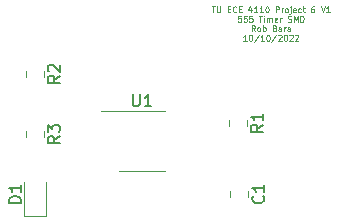
<source format=gbr>
%TF.GenerationSoftware,KiCad,Pcbnew,(6.0.7)*%
%TF.CreationDate,2022-10-10T10:06:43-04:00*%
%TF.ProjectId,proj_6,70726f6a-5f36-42e6-9b69-6361645f7063,rev?*%
%TF.SameCoordinates,Original*%
%TF.FileFunction,Legend,Top*%
%TF.FilePolarity,Positive*%
%FSLAX46Y46*%
G04 Gerber Fmt 4.6, Leading zero omitted, Abs format (unit mm)*
G04 Created by KiCad (PCBNEW (6.0.7)) date 2022-10-10 10:06:43*
%MOMM*%
%LPD*%
G01*
G04 APERTURE LIST*
%ADD10C,0.125000*%
%ADD11C,0.150000*%
%ADD12C,0.120000*%
G04 APERTURE END LIST*
D10*
X151694190Y-68368690D02*
X151979904Y-68368690D01*
X151837047Y-68868690D02*
X151837047Y-68368690D01*
X152146571Y-68368690D02*
X152146571Y-68773452D01*
X152170380Y-68821071D01*
X152194190Y-68844880D01*
X152241809Y-68868690D01*
X152337047Y-68868690D01*
X152384666Y-68844880D01*
X152408476Y-68821071D01*
X152432285Y-68773452D01*
X152432285Y-68368690D01*
X153051333Y-68606785D02*
X153218000Y-68606785D01*
X153289428Y-68868690D02*
X153051333Y-68868690D01*
X153051333Y-68368690D01*
X153289428Y-68368690D01*
X153789428Y-68821071D02*
X153765619Y-68844880D01*
X153694190Y-68868690D01*
X153646571Y-68868690D01*
X153575142Y-68844880D01*
X153527523Y-68797261D01*
X153503714Y-68749642D01*
X153479904Y-68654404D01*
X153479904Y-68582976D01*
X153503714Y-68487738D01*
X153527523Y-68440119D01*
X153575142Y-68392500D01*
X153646571Y-68368690D01*
X153694190Y-68368690D01*
X153765619Y-68392500D01*
X153789428Y-68416309D01*
X154003714Y-68606785D02*
X154170380Y-68606785D01*
X154241809Y-68868690D02*
X154003714Y-68868690D01*
X154003714Y-68368690D01*
X154241809Y-68368690D01*
X155051333Y-68535357D02*
X155051333Y-68868690D01*
X154932285Y-68344880D02*
X154813238Y-68702023D01*
X155122761Y-68702023D01*
X155575142Y-68868690D02*
X155289428Y-68868690D01*
X155432285Y-68868690D02*
X155432285Y-68368690D01*
X155384666Y-68440119D01*
X155337047Y-68487738D01*
X155289428Y-68511547D01*
X156051333Y-68868690D02*
X155765619Y-68868690D01*
X155908476Y-68868690D02*
X155908476Y-68368690D01*
X155860857Y-68440119D01*
X155813238Y-68487738D01*
X155765619Y-68511547D01*
X156360857Y-68368690D02*
X156408476Y-68368690D01*
X156456095Y-68392500D01*
X156479904Y-68416309D01*
X156503714Y-68463928D01*
X156527523Y-68559166D01*
X156527523Y-68678214D01*
X156503714Y-68773452D01*
X156479904Y-68821071D01*
X156456095Y-68844880D01*
X156408476Y-68868690D01*
X156360857Y-68868690D01*
X156313238Y-68844880D01*
X156289428Y-68821071D01*
X156265619Y-68773452D01*
X156241809Y-68678214D01*
X156241809Y-68559166D01*
X156265619Y-68463928D01*
X156289428Y-68416309D01*
X156313238Y-68392500D01*
X156360857Y-68368690D01*
X157122761Y-68868690D02*
X157122761Y-68368690D01*
X157313238Y-68368690D01*
X157360857Y-68392500D01*
X157384666Y-68416309D01*
X157408476Y-68463928D01*
X157408476Y-68535357D01*
X157384666Y-68582976D01*
X157360857Y-68606785D01*
X157313238Y-68630595D01*
X157122761Y-68630595D01*
X157622761Y-68868690D02*
X157622761Y-68535357D01*
X157622761Y-68630595D02*
X157646571Y-68582976D01*
X157670380Y-68559166D01*
X157718000Y-68535357D01*
X157765619Y-68535357D01*
X158003714Y-68868690D02*
X157956095Y-68844880D01*
X157932285Y-68821071D01*
X157908476Y-68773452D01*
X157908476Y-68630595D01*
X157932285Y-68582976D01*
X157956095Y-68559166D01*
X158003714Y-68535357D01*
X158075142Y-68535357D01*
X158122761Y-68559166D01*
X158146571Y-68582976D01*
X158170380Y-68630595D01*
X158170380Y-68773452D01*
X158146571Y-68821071D01*
X158122761Y-68844880D01*
X158075142Y-68868690D01*
X158003714Y-68868690D01*
X158384666Y-68535357D02*
X158384666Y-68963928D01*
X158360857Y-69011547D01*
X158313238Y-69035357D01*
X158289428Y-69035357D01*
X158384666Y-68368690D02*
X158360857Y-68392500D01*
X158384666Y-68416309D01*
X158408476Y-68392500D01*
X158384666Y-68368690D01*
X158384666Y-68416309D01*
X158813238Y-68844880D02*
X158765619Y-68868690D01*
X158670380Y-68868690D01*
X158622761Y-68844880D01*
X158598952Y-68797261D01*
X158598952Y-68606785D01*
X158622761Y-68559166D01*
X158670380Y-68535357D01*
X158765619Y-68535357D01*
X158813238Y-68559166D01*
X158837047Y-68606785D01*
X158837047Y-68654404D01*
X158598952Y-68702023D01*
X159265619Y-68844880D02*
X159218000Y-68868690D01*
X159122761Y-68868690D01*
X159075142Y-68844880D01*
X159051333Y-68821071D01*
X159027523Y-68773452D01*
X159027523Y-68630595D01*
X159051333Y-68582976D01*
X159075142Y-68559166D01*
X159122761Y-68535357D01*
X159218000Y-68535357D01*
X159265619Y-68559166D01*
X159408476Y-68535357D02*
X159598952Y-68535357D01*
X159479904Y-68368690D02*
X159479904Y-68797261D01*
X159503714Y-68844880D01*
X159551333Y-68868690D01*
X159598952Y-68868690D01*
X160360857Y-68368690D02*
X160265619Y-68368690D01*
X160218000Y-68392500D01*
X160194190Y-68416309D01*
X160146571Y-68487738D01*
X160122761Y-68582976D01*
X160122761Y-68773452D01*
X160146571Y-68821071D01*
X160170380Y-68844880D01*
X160218000Y-68868690D01*
X160313238Y-68868690D01*
X160360857Y-68844880D01*
X160384666Y-68821071D01*
X160408476Y-68773452D01*
X160408476Y-68654404D01*
X160384666Y-68606785D01*
X160360857Y-68582976D01*
X160313238Y-68559166D01*
X160218000Y-68559166D01*
X160170380Y-68582976D01*
X160146571Y-68606785D01*
X160122761Y-68654404D01*
X160932285Y-68368690D02*
X161098952Y-68868690D01*
X161265619Y-68368690D01*
X161694190Y-68868690D02*
X161408476Y-68868690D01*
X161551333Y-68868690D02*
X161551333Y-68368690D01*
X161503714Y-68440119D01*
X161456095Y-68487738D01*
X161408476Y-68511547D01*
X154194190Y-69173690D02*
X153956095Y-69173690D01*
X153932285Y-69411785D01*
X153956095Y-69387976D01*
X154003714Y-69364166D01*
X154122761Y-69364166D01*
X154170380Y-69387976D01*
X154194190Y-69411785D01*
X154218000Y-69459404D01*
X154218000Y-69578452D01*
X154194190Y-69626071D01*
X154170380Y-69649880D01*
X154122761Y-69673690D01*
X154003714Y-69673690D01*
X153956095Y-69649880D01*
X153932285Y-69626071D01*
X154670380Y-69173690D02*
X154432285Y-69173690D01*
X154408476Y-69411785D01*
X154432285Y-69387976D01*
X154479904Y-69364166D01*
X154598952Y-69364166D01*
X154646571Y-69387976D01*
X154670380Y-69411785D01*
X154694190Y-69459404D01*
X154694190Y-69578452D01*
X154670380Y-69626071D01*
X154646571Y-69649880D01*
X154598952Y-69673690D01*
X154479904Y-69673690D01*
X154432285Y-69649880D01*
X154408476Y-69626071D01*
X155146571Y-69173690D02*
X154908476Y-69173690D01*
X154884666Y-69411785D01*
X154908476Y-69387976D01*
X154956095Y-69364166D01*
X155075142Y-69364166D01*
X155122761Y-69387976D01*
X155146571Y-69411785D01*
X155170380Y-69459404D01*
X155170380Y-69578452D01*
X155146571Y-69626071D01*
X155122761Y-69649880D01*
X155075142Y-69673690D01*
X154956095Y-69673690D01*
X154908476Y-69649880D01*
X154884666Y-69626071D01*
X155694190Y-69173690D02*
X155979904Y-69173690D01*
X155837047Y-69673690D02*
X155837047Y-69173690D01*
X156146571Y-69673690D02*
X156146571Y-69340357D01*
X156146571Y-69173690D02*
X156122761Y-69197500D01*
X156146571Y-69221309D01*
X156170380Y-69197500D01*
X156146571Y-69173690D01*
X156146571Y-69221309D01*
X156384666Y-69673690D02*
X156384666Y-69340357D01*
X156384666Y-69387976D02*
X156408476Y-69364166D01*
X156456095Y-69340357D01*
X156527523Y-69340357D01*
X156575142Y-69364166D01*
X156598952Y-69411785D01*
X156598952Y-69673690D01*
X156598952Y-69411785D02*
X156622761Y-69364166D01*
X156670380Y-69340357D01*
X156741809Y-69340357D01*
X156789428Y-69364166D01*
X156813238Y-69411785D01*
X156813238Y-69673690D01*
X157241809Y-69649880D02*
X157194190Y-69673690D01*
X157098952Y-69673690D01*
X157051333Y-69649880D01*
X157027523Y-69602261D01*
X157027523Y-69411785D01*
X157051333Y-69364166D01*
X157098952Y-69340357D01*
X157194190Y-69340357D01*
X157241809Y-69364166D01*
X157265619Y-69411785D01*
X157265619Y-69459404D01*
X157027523Y-69507023D01*
X157479904Y-69673690D02*
X157479904Y-69340357D01*
X157479904Y-69435595D02*
X157503714Y-69387976D01*
X157527523Y-69364166D01*
X157575142Y-69340357D01*
X157622761Y-69340357D01*
X158146571Y-69649880D02*
X158218000Y-69673690D01*
X158337047Y-69673690D01*
X158384666Y-69649880D01*
X158408476Y-69626071D01*
X158432285Y-69578452D01*
X158432285Y-69530833D01*
X158408476Y-69483214D01*
X158384666Y-69459404D01*
X158337047Y-69435595D01*
X158241809Y-69411785D01*
X158194190Y-69387976D01*
X158170380Y-69364166D01*
X158146571Y-69316547D01*
X158146571Y-69268928D01*
X158170380Y-69221309D01*
X158194190Y-69197500D01*
X158241809Y-69173690D01*
X158360857Y-69173690D01*
X158432285Y-69197500D01*
X158646571Y-69673690D02*
X158646571Y-69173690D01*
X158813238Y-69530833D01*
X158979904Y-69173690D01*
X158979904Y-69673690D01*
X159218000Y-69673690D02*
X159218000Y-69173690D01*
X159337047Y-69173690D01*
X159408476Y-69197500D01*
X159456095Y-69245119D01*
X159479904Y-69292738D01*
X159503714Y-69387976D01*
X159503714Y-69459404D01*
X159479904Y-69554642D01*
X159456095Y-69602261D01*
X159408476Y-69649880D01*
X159337047Y-69673690D01*
X159218000Y-69673690D01*
X155372761Y-70478690D02*
X155206095Y-70240595D01*
X155087047Y-70478690D02*
X155087047Y-69978690D01*
X155277523Y-69978690D01*
X155325142Y-70002500D01*
X155348952Y-70026309D01*
X155372761Y-70073928D01*
X155372761Y-70145357D01*
X155348952Y-70192976D01*
X155325142Y-70216785D01*
X155277523Y-70240595D01*
X155087047Y-70240595D01*
X155658476Y-70478690D02*
X155610857Y-70454880D01*
X155587047Y-70431071D01*
X155563238Y-70383452D01*
X155563238Y-70240595D01*
X155587047Y-70192976D01*
X155610857Y-70169166D01*
X155658476Y-70145357D01*
X155729904Y-70145357D01*
X155777523Y-70169166D01*
X155801333Y-70192976D01*
X155825142Y-70240595D01*
X155825142Y-70383452D01*
X155801333Y-70431071D01*
X155777523Y-70454880D01*
X155729904Y-70478690D01*
X155658476Y-70478690D01*
X156039428Y-70478690D02*
X156039428Y-69978690D01*
X156039428Y-70169166D02*
X156087047Y-70145357D01*
X156182285Y-70145357D01*
X156229904Y-70169166D01*
X156253714Y-70192976D01*
X156277523Y-70240595D01*
X156277523Y-70383452D01*
X156253714Y-70431071D01*
X156229904Y-70454880D01*
X156182285Y-70478690D01*
X156087047Y-70478690D01*
X156039428Y-70454880D01*
X157039428Y-70216785D02*
X157110857Y-70240595D01*
X157134666Y-70264404D01*
X157158476Y-70312023D01*
X157158476Y-70383452D01*
X157134666Y-70431071D01*
X157110857Y-70454880D01*
X157063238Y-70478690D01*
X156872761Y-70478690D01*
X156872761Y-69978690D01*
X157039428Y-69978690D01*
X157087047Y-70002500D01*
X157110857Y-70026309D01*
X157134666Y-70073928D01*
X157134666Y-70121547D01*
X157110857Y-70169166D01*
X157087047Y-70192976D01*
X157039428Y-70216785D01*
X156872761Y-70216785D01*
X157587047Y-70478690D02*
X157587047Y-70216785D01*
X157563238Y-70169166D01*
X157515619Y-70145357D01*
X157420380Y-70145357D01*
X157372761Y-70169166D01*
X157587047Y-70454880D02*
X157539428Y-70478690D01*
X157420380Y-70478690D01*
X157372761Y-70454880D01*
X157348952Y-70407261D01*
X157348952Y-70359642D01*
X157372761Y-70312023D01*
X157420380Y-70288214D01*
X157539428Y-70288214D01*
X157587047Y-70264404D01*
X157825142Y-70478690D02*
X157825142Y-70145357D01*
X157825142Y-70240595D02*
X157848952Y-70192976D01*
X157872761Y-70169166D01*
X157920380Y-70145357D01*
X157968000Y-70145357D01*
X158348952Y-70478690D02*
X158348952Y-70216785D01*
X158325142Y-70169166D01*
X158277523Y-70145357D01*
X158182285Y-70145357D01*
X158134666Y-70169166D01*
X158348952Y-70454880D02*
X158301333Y-70478690D01*
X158182285Y-70478690D01*
X158134666Y-70454880D01*
X158110857Y-70407261D01*
X158110857Y-70359642D01*
X158134666Y-70312023D01*
X158182285Y-70288214D01*
X158301333Y-70288214D01*
X158348952Y-70264404D01*
X154670380Y-71283690D02*
X154384666Y-71283690D01*
X154527523Y-71283690D02*
X154527523Y-70783690D01*
X154479904Y-70855119D01*
X154432285Y-70902738D01*
X154384666Y-70926547D01*
X154979904Y-70783690D02*
X155027523Y-70783690D01*
X155075142Y-70807500D01*
X155098952Y-70831309D01*
X155122761Y-70878928D01*
X155146571Y-70974166D01*
X155146571Y-71093214D01*
X155122761Y-71188452D01*
X155098952Y-71236071D01*
X155075142Y-71259880D01*
X155027523Y-71283690D01*
X154979904Y-71283690D01*
X154932285Y-71259880D01*
X154908476Y-71236071D01*
X154884666Y-71188452D01*
X154860857Y-71093214D01*
X154860857Y-70974166D01*
X154884666Y-70878928D01*
X154908476Y-70831309D01*
X154932285Y-70807500D01*
X154979904Y-70783690D01*
X155718000Y-70759880D02*
X155289428Y-71402738D01*
X156146571Y-71283690D02*
X155860857Y-71283690D01*
X156003714Y-71283690D02*
X156003714Y-70783690D01*
X155956095Y-70855119D01*
X155908476Y-70902738D01*
X155860857Y-70926547D01*
X156456095Y-70783690D02*
X156503714Y-70783690D01*
X156551333Y-70807500D01*
X156575142Y-70831309D01*
X156598952Y-70878928D01*
X156622761Y-70974166D01*
X156622761Y-71093214D01*
X156598952Y-71188452D01*
X156575142Y-71236071D01*
X156551333Y-71259880D01*
X156503714Y-71283690D01*
X156456095Y-71283690D01*
X156408476Y-71259880D01*
X156384666Y-71236071D01*
X156360857Y-71188452D01*
X156337047Y-71093214D01*
X156337047Y-70974166D01*
X156360857Y-70878928D01*
X156384666Y-70831309D01*
X156408476Y-70807500D01*
X156456095Y-70783690D01*
X157194190Y-70759880D02*
X156765619Y-71402738D01*
X157337047Y-70831309D02*
X157360857Y-70807500D01*
X157408476Y-70783690D01*
X157527523Y-70783690D01*
X157575142Y-70807500D01*
X157598952Y-70831309D01*
X157622761Y-70878928D01*
X157622761Y-70926547D01*
X157598952Y-70997976D01*
X157313238Y-71283690D01*
X157622761Y-71283690D01*
X157932285Y-70783690D02*
X157979904Y-70783690D01*
X158027523Y-70807500D01*
X158051333Y-70831309D01*
X158075142Y-70878928D01*
X158098952Y-70974166D01*
X158098952Y-71093214D01*
X158075142Y-71188452D01*
X158051333Y-71236071D01*
X158027523Y-71259880D01*
X157979904Y-71283690D01*
X157932285Y-71283690D01*
X157884666Y-71259880D01*
X157860857Y-71236071D01*
X157837047Y-71188452D01*
X157813238Y-71093214D01*
X157813238Y-70974166D01*
X157837047Y-70878928D01*
X157860857Y-70831309D01*
X157884666Y-70807500D01*
X157932285Y-70783690D01*
X158289428Y-70831309D02*
X158313238Y-70807500D01*
X158360857Y-70783690D01*
X158479904Y-70783690D01*
X158527523Y-70807500D01*
X158551333Y-70831309D01*
X158575142Y-70878928D01*
X158575142Y-70926547D01*
X158551333Y-70997976D01*
X158265619Y-71283690D01*
X158575142Y-71283690D01*
X158765619Y-70831309D02*
X158789428Y-70807500D01*
X158837047Y-70783690D01*
X158956095Y-70783690D01*
X159003714Y-70807500D01*
X159027523Y-70831309D01*
X159051333Y-70878928D01*
X159051333Y-70926547D01*
X159027523Y-70997976D01*
X158741809Y-71283690D01*
X159051333Y-71283690D01*
D11*
%TO.C,D1*%
X135542380Y-84994203D02*
X134542380Y-84994203D01*
X134542380Y-84756108D01*
X134590000Y-84613250D01*
X134685238Y-84518012D01*
X134780476Y-84470393D01*
X134970952Y-84422774D01*
X135113809Y-84422774D01*
X135304285Y-84470393D01*
X135399523Y-84518012D01*
X135494761Y-84613250D01*
X135542380Y-84756108D01*
X135542380Y-84994203D01*
X135542380Y-83470393D02*
X135542380Y-84041822D01*
X135542380Y-83756108D02*
X134542380Y-83756108D01*
X134685238Y-83851346D01*
X134780476Y-83946584D01*
X134828095Y-84041822D01*
%TO.C,R1*%
X156026380Y-78398666D02*
X155550190Y-78732000D01*
X156026380Y-78970095D02*
X155026380Y-78970095D01*
X155026380Y-78589142D01*
X155074000Y-78493904D01*
X155121619Y-78446285D01*
X155216857Y-78398666D01*
X155359714Y-78398666D01*
X155454952Y-78446285D01*
X155502571Y-78493904D01*
X155550190Y-78589142D01*
X155550190Y-78970095D01*
X156026380Y-77446285D02*
X156026380Y-78017714D01*
X156026380Y-77732000D02*
X155026380Y-77732000D01*
X155169238Y-77827238D01*
X155264476Y-77922476D01*
X155312095Y-78017714D01*
%TO.C,R2*%
X138842380Y-74246774D02*
X138366190Y-74580108D01*
X138842380Y-74818203D02*
X137842380Y-74818203D01*
X137842380Y-74437250D01*
X137890000Y-74342012D01*
X137937619Y-74294393D01*
X138032857Y-74246774D01*
X138175714Y-74246774D01*
X138270952Y-74294393D01*
X138318571Y-74342012D01*
X138366190Y-74437250D01*
X138366190Y-74818203D01*
X137937619Y-73865822D02*
X137890000Y-73818203D01*
X137842380Y-73722965D01*
X137842380Y-73484869D01*
X137890000Y-73389631D01*
X137937619Y-73342012D01*
X138032857Y-73294393D01*
X138128095Y-73294393D01*
X138270952Y-73342012D01*
X138842380Y-73913441D01*
X138842380Y-73294393D01*
%TO.C,C1*%
X156049142Y-84422774D02*
X156096761Y-84470393D01*
X156144380Y-84613250D01*
X156144380Y-84708488D01*
X156096761Y-84851346D01*
X156001523Y-84946584D01*
X155906285Y-84994203D01*
X155715809Y-85041822D01*
X155572952Y-85041822D01*
X155382476Y-84994203D01*
X155287238Y-84946584D01*
X155192000Y-84851346D01*
X155144380Y-84708488D01*
X155144380Y-84613250D01*
X155192000Y-84470393D01*
X155239619Y-84422774D01*
X156144380Y-83470393D02*
X156144380Y-84041822D01*
X156144380Y-83756108D02*
X155144380Y-83756108D01*
X155287238Y-83851346D01*
X155382476Y-83946584D01*
X155430095Y-84041822D01*
%TO.C,R3*%
X138842380Y-79342774D02*
X138366190Y-79676108D01*
X138842380Y-79914203D02*
X137842380Y-79914203D01*
X137842380Y-79533250D01*
X137890000Y-79438012D01*
X137937619Y-79390393D01*
X138032857Y-79342774D01*
X138175714Y-79342774D01*
X138270952Y-79390393D01*
X138318571Y-79438012D01*
X138366190Y-79533250D01*
X138366190Y-79914203D01*
X137842380Y-79009441D02*
X137842380Y-78390393D01*
X138223333Y-78723727D01*
X138223333Y-78580869D01*
X138270952Y-78485631D01*
X138318571Y-78438012D01*
X138413809Y-78390393D01*
X138651904Y-78390393D01*
X138747142Y-78438012D01*
X138794761Y-78485631D01*
X138842380Y-78580869D01*
X138842380Y-78866584D01*
X138794761Y-78961822D01*
X138747142Y-79009441D01*
%TO.C,U1*%
X145034095Y-75808380D02*
X145034095Y-76617904D01*
X145081714Y-76713142D01*
X145129333Y-76760761D01*
X145224571Y-76808380D01*
X145415047Y-76808380D01*
X145510285Y-76760761D01*
X145557904Y-76713142D01*
X145605523Y-76617904D01*
X145605523Y-75808380D01*
X146605523Y-76808380D02*
X146034095Y-76808380D01*
X146319809Y-76808380D02*
X146319809Y-75808380D01*
X146224571Y-75951238D01*
X146129333Y-76046476D01*
X146034095Y-76094095D01*
D12*
%TO.C,D1*%
X135780000Y-83256108D02*
X135780000Y-86116108D01*
X137700000Y-86116108D02*
X137700000Y-83256108D01*
X135780000Y-86116108D02*
X137700000Y-86116108D01*
%TO.C,R1*%
X154659000Y-78004936D02*
X154659000Y-78459064D01*
X153189000Y-78004936D02*
X153189000Y-78459064D01*
%TO.C,R2*%
X136005000Y-73853044D02*
X136005000Y-74307172D01*
X137475000Y-73853044D02*
X137475000Y-74307172D01*
%TO.C,C1*%
X153277000Y-83994856D02*
X153277000Y-84517360D01*
X154747000Y-83994856D02*
X154747000Y-84517360D01*
%TO.C,R3*%
X137475000Y-78949044D02*
X137475000Y-79403172D01*
X136005000Y-78949044D02*
X136005000Y-79403172D01*
%TO.C,U1*%
X145796000Y-77196000D02*
X147746000Y-77196000D01*
X145796000Y-82316000D02*
X143846000Y-82316000D01*
X145796000Y-82316000D02*
X147746000Y-82316000D01*
X145796000Y-77196000D02*
X142346000Y-77196000D01*
%TD*%
M02*

</source>
